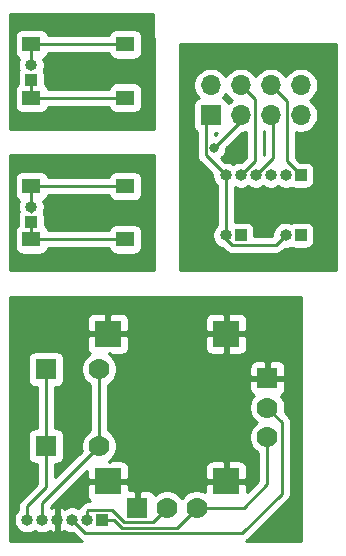
<source format=gbr>
%TF.GenerationSoftware,KiCad,Pcbnew,5.1.8-db9833491~87~ubuntu20.04.1*%
%TF.CreationDate,2020-11-15T18:33:08-08:00*%
%TF.ProjectId,inflow-controller-v0,696e666c-6f77-42d6-936f-6e74726f6c6c,rev?*%
%TF.SameCoordinates,Original*%
%TF.FileFunction,Copper,L1,Top*%
%TF.FilePolarity,Positive*%
%FSLAX46Y46*%
G04 Gerber Fmt 4.6, Leading zero omitted, Abs format (unit mm)*
G04 Created by KiCad (PCBNEW 5.1.8-db9833491~87~ubuntu20.04.1) date 2020-11-15 18:33:08*
%MOMM*%
%LPD*%
G01*
G04 APERTURE LIST*
%TA.AperFunction,ComponentPad*%
%ADD10R,1.778000X1.778000*%
%TD*%
%TA.AperFunction,ComponentPad*%
%ADD11C,1.778000*%
%TD*%
%TA.AperFunction,ComponentPad*%
%ADD12R,2.286000X2.286000*%
%TD*%
%TA.AperFunction,SMDPad,CuDef*%
%ADD13R,1.550000X1.300000*%
%TD*%
%TA.AperFunction,ComponentPad*%
%ADD14O,1.000000X1.000000*%
%TD*%
%TA.AperFunction,ComponentPad*%
%ADD15R,1.000000X1.000000*%
%TD*%
%TA.AperFunction,ComponentPad*%
%ADD16O,1.700000X1.700000*%
%TD*%
%TA.AperFunction,ComponentPad*%
%ADD17R,1.700000X1.700000*%
%TD*%
%TA.AperFunction,ViaPad*%
%ADD18C,0.800000*%
%TD*%
%TA.AperFunction,Conductor*%
%ADD19C,0.250000*%
%TD*%
%TA.AperFunction,NonConductor*%
%ADD20C,0.254000*%
%TD*%
%TA.AperFunction,NonConductor*%
%ADD21C,0.100000*%
%TD*%
%TA.AperFunction,Conductor*%
%ADD22C,0.254000*%
%TD*%
%TA.AperFunction,Conductor*%
%ADD23C,0.100000*%
%TD*%
G04 APERTURE END LIST*
D10*
%TO.P,X301,H1*%
%TO.N,/AGND3*%
X107500000Y-133500000D03*
D11*
%TO.P,X301,H2*%
%TO.N,/X3*%
X110000000Y-133500000D03*
%TO.P,X301,H3*%
%TO.N,/AVDD3*%
X112500000Y-133500000D03*
D12*
%TO.P,X301,S3*%
%TO.N,/AGND3*%
X115000000Y-131250000D03*
%TO.P,X301,S2*%
X105000000Y-131250000D03*
%TO.P,X301,S1*%
X105000000Y-118750000D03*
%TO.P,X301,S4*%
X115000000Y-118750000D03*
D11*
%TO.P,X301,V3*%
%TO.N,/AVDD3*%
X118500000Y-127500000D03*
%TO.P,X301,V2*%
%TO.N,/Y3*%
X118500000Y-125000000D03*
D10*
%TO.P,X301,V1*%
%TO.N,/AGND3*%
X118500000Y-122500000D03*
%TO.P,X301,B1B*%
%TO.N,/DGND3*%
X99750000Y-128250000D03*
%TO.P,X301,B1A*%
X99750000Y-121750000D03*
D11*
%TO.P,X301,B2B*%
%TO.N,/BTN3*%
X104250000Y-128250000D03*
%TO.P,X301,B2A*%
X104250000Y-121750000D03*
%TD*%
D13*
%TO.P,SW201,2*%
%TO.N,/BTN2*%
X106475000Y-110750000D03*
X98525000Y-110750000D03*
%TO.P,SW201,1*%
%TO.N,/DGND2*%
X106475000Y-106250000D03*
X98525000Y-106250000D03*
%TD*%
%TO.P,SW101,2*%
%TO.N,/BTN1*%
X106475000Y-98750000D03*
X98525000Y-98750000D03*
%TO.P,SW101,1*%
%TO.N,/DGND1*%
X106475000Y-94250000D03*
X98525000Y-94250000D03*
%TD*%
D14*
%TO.P,J403,6*%
%TO.N,/DGND1_4*%
X114970000Y-105320000D03*
%TO.P,J403,5*%
%TO.N,/BTN3_4*%
X116240000Y-105320000D03*
%TO.P,J403,4*%
%TO.N,/AGND3_4*%
X117510000Y-105320000D03*
%TO.P,J403,3*%
%TO.N,/Y3_4*%
X118780000Y-105320000D03*
%TO.P,J403,2*%
%TO.N,/X3_4*%
X120050000Y-105320000D03*
D15*
%TO.P,J403,1*%
%TO.N,/AVDD3_4*%
X121320000Y-105320000D03*
%TD*%
D14*
%TO.P,J402,2*%
%TO.N,/DGND1_4*%
X114970000Y-110400000D03*
D15*
%TO.P,J402,1*%
%TO.N,/BTN2_4*%
X116240000Y-110400000D03*
%TD*%
D14*
%TO.P,J401,2*%
%TO.N,/DGND1_4*%
X120050000Y-110400000D03*
D15*
%TO.P,J401,1*%
%TO.N,/BTN1_4*%
X121320000Y-110400000D03*
%TD*%
D14*
%TO.P,J303,6*%
%TO.N,/DGND3*%
X98150000Y-134500000D03*
%TO.P,J303,5*%
%TO.N,/BTN3*%
X99420000Y-134500000D03*
%TO.P,J303,4*%
%TO.N,/AGND3*%
X100690000Y-134500000D03*
%TO.P,J303,3*%
%TO.N,/Y3*%
X101960000Y-134500000D03*
%TO.P,J303,2*%
%TO.N,/X3*%
X103230000Y-134500000D03*
D15*
%TO.P,J303,1*%
%TO.N,/AVDD3*%
X104500000Y-134500000D03*
%TD*%
%TO.P,J202,1*%
%TO.N,/BTN2*%
X98500000Y-109250000D03*
D14*
%TO.P,J202,2*%
%TO.N,/DGND2*%
X98500000Y-107980000D03*
%TD*%
%TO.P,J101,2*%
%TO.N,/DGND1*%
X98500000Y-95980000D03*
D15*
%TO.P,J101,1*%
%TO.N,/BTN1*%
X98500000Y-97250000D03*
%TD*%
D16*
%TO.P,CN401,8*%
%TO.N,/X3_4*%
X121320000Y-97700000D03*
%TO.P,CN401,7*%
%TO.N,/Y3_4*%
X121320000Y-100240000D03*
%TO.P,CN401,6*%
%TO.N,/AVDD3_4*%
X118780000Y-97700000D03*
%TO.P,CN401,5*%
%TO.N,/AGND3_4*%
X118780000Y-100240000D03*
%TO.P,CN401,4*%
%TO.N,/BTN3_4*%
X116240000Y-97700000D03*
%TO.P,CN401,3*%
%TO.N,/BTN2_4*%
X116240000Y-100240000D03*
%TO.P,CN401,2*%
%TO.N,/BTN1_4*%
X113700000Y-97700000D03*
D17*
%TO.P,CN401,1*%
%TO.N,/DGND1_4*%
X113700000Y-100240000D03*
%TD*%
D18*
%TO.N,/BTN2_4*%
X114000000Y-103000000D03*
%TD*%
D19*
%TO.N,/AVDD3_4*%
X120144999Y-99064999D02*
X120144999Y-104144999D01*
X120144999Y-104144999D02*
X121320000Y-105320000D01*
X118780000Y-97700000D02*
X120144999Y-99064999D01*
%TO.N,/AGND3_4*%
X117510000Y-105320000D02*
X119000000Y-103830000D01*
X119000000Y-100460000D02*
X118780000Y-100240000D01*
X119000000Y-103830000D02*
X119000000Y-100460000D01*
%TO.N,/BTN3_4*%
X117415001Y-98875001D02*
X116240000Y-97700000D01*
X117415001Y-104144999D02*
X117415001Y-98875001D01*
X116240000Y-105320000D02*
X117415001Y-104144999D01*
%TO.N,/BTN2_4*%
X116240000Y-100760000D02*
X116240000Y-100240000D01*
X114000000Y-103000000D02*
X116240000Y-100760000D01*
%TO.N,/DGND1_4*%
X114970000Y-105320000D02*
X114970000Y-110400000D01*
X115479999Y-111225001D02*
X119224999Y-111225001D01*
X114970000Y-110715002D02*
X115479999Y-111225001D01*
X119224999Y-111225001D02*
X120050000Y-110400000D01*
X114970000Y-110400000D02*
X114970000Y-110715002D01*
X113274999Y-100665001D02*
X113700000Y-100240000D01*
X113274999Y-103624999D02*
X113274999Y-100665001D01*
X114970000Y-105320000D02*
X113274999Y-103624999D01*
%TO.N,/DGND1*%
X98500000Y-94275000D02*
X98525000Y-94250000D01*
X98500000Y-95980000D02*
X98500000Y-94275000D01*
X98525000Y-94250000D02*
X106475000Y-94250000D01*
%TO.N,/BTN1*%
X98500000Y-98725000D02*
X98525000Y-98750000D01*
X98500000Y-97250000D02*
X98500000Y-98725000D01*
X98525000Y-98750000D02*
X106475000Y-98750000D01*
%TO.N,/DGND2*%
X98500000Y-107980000D02*
X98500000Y-108424999D01*
X98500000Y-106275000D02*
X98525000Y-106250000D01*
X98500000Y-107980000D02*
X98500000Y-106275000D01*
X98525000Y-106250000D02*
X106475000Y-106250000D01*
%TO.N,/BTN2*%
X98500000Y-110725000D02*
X98525000Y-110750000D01*
X98500000Y-109250000D02*
X98500000Y-110725000D01*
X98525000Y-110750000D02*
X106475000Y-110750000D01*
%TO.N,/DGND3*%
X99750000Y-121750000D02*
X99750000Y-128250000D01*
X98150000Y-134500000D02*
X98150000Y-133350000D01*
X99750000Y-131750000D02*
X99750000Y-128250000D01*
X98150000Y-133350000D02*
X99750000Y-131750000D01*
%TO.N,/BTN3*%
X104250000Y-128250000D02*
X104250000Y-121750000D01*
X99420000Y-133080000D02*
X104250000Y-128250000D01*
X99420000Y-134500000D02*
X99420000Y-133080000D01*
%TO.N,/X3*%
X108785999Y-134714001D02*
X110000000Y-133500000D01*
X106350999Y-134714001D02*
X108785999Y-134714001D01*
X105311997Y-133674999D02*
X106350999Y-134714001D01*
X103347895Y-133674999D02*
X105311997Y-133674999D01*
X103230000Y-133792894D02*
X103347895Y-133674999D01*
X103230000Y-134500000D02*
X103230000Y-133792894D01*
%TO.N,/AVDD3*%
X112500000Y-133500000D02*
X116500000Y-133500000D01*
X118500000Y-131500000D02*
X118500000Y-127500000D01*
X116500000Y-133500000D02*
X118500000Y-131500000D01*
X110835989Y-135164011D02*
X112500000Y-133500000D01*
X106164599Y-135164011D02*
X110835989Y-135164011D01*
X105500588Y-134500000D02*
X106164599Y-135164011D01*
X104500000Y-134500000D02*
X105500588Y-134500000D01*
%TO.N,/Y3*%
X103074020Y-135614020D02*
X116385980Y-135614020D01*
X101960000Y-134500000D02*
X103074020Y-135614020D01*
X119714001Y-126214001D02*
X118500000Y-125000000D01*
X119714001Y-132285999D02*
X119714001Y-126214001D01*
X116385980Y-135614020D02*
X119714001Y-132285999D01*
%TD*%
D20*
X124315000Y-113315000D02*
X122033647Y-113315000D01*
X122000000Y-113311686D01*
X121966353Y-113315000D01*
X121865717Y-113324912D01*
X121736594Y-113364081D01*
X121719908Y-113373000D01*
X111127000Y-113373000D01*
X111127000Y-99390000D01*
X112211928Y-99390000D01*
X112211928Y-101090000D01*
X112224188Y-101214482D01*
X112260498Y-101334180D01*
X112319463Y-101444494D01*
X112398815Y-101541185D01*
X112495506Y-101620537D01*
X112515000Y-101630957D01*
X112514999Y-103587676D01*
X112511323Y-103624999D01*
X112514999Y-103662321D01*
X112514999Y-103662331D01*
X112525996Y-103773984D01*
X112554313Y-103867333D01*
X112569453Y-103917245D01*
X112640025Y-104049275D01*
X112679870Y-104097825D01*
X112734998Y-104165000D01*
X112764001Y-104188802D01*
X113835000Y-105259802D01*
X113835000Y-105431788D01*
X113878617Y-105651067D01*
X113964176Y-105857624D01*
X114088388Y-106043520D01*
X114210000Y-106165132D01*
X114210001Y-109554867D01*
X114088388Y-109676480D01*
X113964176Y-109862376D01*
X113878617Y-110068933D01*
X113835000Y-110288212D01*
X113835000Y-110511788D01*
X113878617Y-110731067D01*
X113964176Y-110937624D01*
X114088388Y-111123520D01*
X114246480Y-111281612D01*
X114432376Y-111405824D01*
X114638933Y-111491383D01*
X114679686Y-111499489D01*
X114916195Y-111735998D01*
X114939998Y-111765002D01*
X115055723Y-111859975D01*
X115187752Y-111930547D01*
X115331013Y-111974004D01*
X115479999Y-111988678D01*
X115517332Y-111985001D01*
X119187677Y-111985001D01*
X119224999Y-111988677D01*
X119262321Y-111985001D01*
X119262332Y-111985001D01*
X119373985Y-111974004D01*
X119517246Y-111930547D01*
X119649275Y-111859975D01*
X119765000Y-111765002D01*
X119788802Y-111735999D01*
X119989801Y-111535000D01*
X120161788Y-111535000D01*
X120381067Y-111491383D01*
X120492774Y-111445112D01*
X120575820Y-111489502D01*
X120695518Y-111525812D01*
X120820000Y-111538072D01*
X121820000Y-111538072D01*
X121944482Y-111525812D01*
X122064180Y-111489502D01*
X122174494Y-111430537D01*
X122271185Y-111351185D01*
X122350537Y-111254494D01*
X122409502Y-111144180D01*
X122445812Y-111024482D01*
X122458072Y-110900000D01*
X122458072Y-109900000D01*
X122445812Y-109775518D01*
X122409502Y-109655820D01*
X122350537Y-109545506D01*
X122271185Y-109448815D01*
X122174494Y-109369463D01*
X122064180Y-109310498D01*
X121944482Y-109274188D01*
X121820000Y-109261928D01*
X120820000Y-109261928D01*
X120695518Y-109274188D01*
X120575820Y-109310498D01*
X120492774Y-109354888D01*
X120381067Y-109308617D01*
X120161788Y-109265000D01*
X119938212Y-109265000D01*
X119718933Y-109308617D01*
X119512376Y-109394176D01*
X119326480Y-109518388D01*
X119168388Y-109676480D01*
X119044176Y-109862376D01*
X118958617Y-110068933D01*
X118915000Y-110288212D01*
X118915000Y-110460199D01*
X118910198Y-110465001D01*
X117378072Y-110465001D01*
X117378072Y-109900000D01*
X117365812Y-109775518D01*
X117329502Y-109655820D01*
X117270537Y-109545506D01*
X117191185Y-109448815D01*
X117094494Y-109369463D01*
X116984180Y-109310498D01*
X116864482Y-109274188D01*
X116740000Y-109261928D01*
X115740000Y-109261928D01*
X115730000Y-109262913D01*
X115730000Y-106337266D01*
X115908933Y-106411383D01*
X116128212Y-106455000D01*
X116351788Y-106455000D01*
X116571067Y-106411383D01*
X116777624Y-106325824D01*
X116875000Y-106260759D01*
X116972376Y-106325824D01*
X117178933Y-106411383D01*
X117398212Y-106455000D01*
X117621788Y-106455000D01*
X117841067Y-106411383D01*
X118047624Y-106325824D01*
X118145000Y-106260759D01*
X118242376Y-106325824D01*
X118448933Y-106411383D01*
X118668212Y-106455000D01*
X118891788Y-106455000D01*
X119111067Y-106411383D01*
X119317624Y-106325824D01*
X119415000Y-106260759D01*
X119512376Y-106325824D01*
X119718933Y-106411383D01*
X119938212Y-106455000D01*
X120161788Y-106455000D01*
X120381067Y-106411383D01*
X120492774Y-106365112D01*
X120575820Y-106409502D01*
X120695518Y-106445812D01*
X120820000Y-106458072D01*
X121820000Y-106458072D01*
X121944482Y-106445812D01*
X122064180Y-106409502D01*
X122174494Y-106350537D01*
X122271185Y-106271185D01*
X122350537Y-106174494D01*
X122409502Y-106064180D01*
X122445812Y-105944482D01*
X122458072Y-105820000D01*
X122458072Y-104820000D01*
X122445812Y-104695518D01*
X122409502Y-104575820D01*
X122350537Y-104465506D01*
X122271185Y-104368815D01*
X122174494Y-104289463D01*
X122064180Y-104230498D01*
X121944482Y-104194188D01*
X121820000Y-104181928D01*
X121256729Y-104181928D01*
X120904999Y-103830198D01*
X120904999Y-101671544D01*
X121173740Y-101725000D01*
X121466260Y-101725000D01*
X121753158Y-101667932D01*
X122023411Y-101555990D01*
X122266632Y-101393475D01*
X122473475Y-101186632D01*
X122635990Y-100943411D01*
X122747932Y-100673158D01*
X122805000Y-100386260D01*
X122805000Y-100093740D01*
X122747932Y-99806842D01*
X122635990Y-99536589D01*
X122473475Y-99293368D01*
X122266632Y-99086525D01*
X122092240Y-98970000D01*
X122266632Y-98853475D01*
X122473475Y-98646632D01*
X122635990Y-98403411D01*
X122747932Y-98133158D01*
X122805000Y-97846260D01*
X122805000Y-97553740D01*
X122747932Y-97266842D01*
X122635990Y-96996589D01*
X122473475Y-96753368D01*
X122266632Y-96546525D01*
X122023411Y-96384010D01*
X121753158Y-96272068D01*
X121466260Y-96215000D01*
X121173740Y-96215000D01*
X120886842Y-96272068D01*
X120616589Y-96384010D01*
X120373368Y-96546525D01*
X120166525Y-96753368D01*
X120050000Y-96927760D01*
X119933475Y-96753368D01*
X119726632Y-96546525D01*
X119483411Y-96384010D01*
X119213158Y-96272068D01*
X118926260Y-96215000D01*
X118633740Y-96215000D01*
X118346842Y-96272068D01*
X118076589Y-96384010D01*
X117833368Y-96546525D01*
X117626525Y-96753368D01*
X117510000Y-96927760D01*
X117393475Y-96753368D01*
X117186632Y-96546525D01*
X116943411Y-96384010D01*
X116673158Y-96272068D01*
X116386260Y-96215000D01*
X116093740Y-96215000D01*
X115806842Y-96272068D01*
X115536589Y-96384010D01*
X115293368Y-96546525D01*
X115086525Y-96753368D01*
X114970000Y-96927760D01*
X114853475Y-96753368D01*
X114646632Y-96546525D01*
X114403411Y-96384010D01*
X114133158Y-96272068D01*
X113846260Y-96215000D01*
X113553740Y-96215000D01*
X113266842Y-96272068D01*
X112996589Y-96384010D01*
X112753368Y-96546525D01*
X112546525Y-96753368D01*
X112384010Y-96996589D01*
X112272068Y-97266842D01*
X112215000Y-97553740D01*
X112215000Y-97846260D01*
X112272068Y-98133158D01*
X112384010Y-98403411D01*
X112546525Y-98646632D01*
X112678380Y-98778487D01*
X112605820Y-98800498D01*
X112495506Y-98859463D01*
X112398815Y-98938815D01*
X112319463Y-99035506D01*
X112260498Y-99145820D01*
X112224188Y-99265518D01*
X112211928Y-99390000D01*
X111127000Y-99390000D01*
X111127000Y-94185000D01*
X124315001Y-94185000D01*
X124315000Y-113315000D01*
%TA.AperFunction,NonConductor*%
D21*
G36*
X124315000Y-113315000D02*
G01*
X122033647Y-113315000D01*
X122000000Y-113311686D01*
X121966353Y-113315000D01*
X121865717Y-113324912D01*
X121736594Y-113364081D01*
X121719908Y-113373000D01*
X111127000Y-113373000D01*
X111127000Y-99390000D01*
X112211928Y-99390000D01*
X112211928Y-101090000D01*
X112224188Y-101214482D01*
X112260498Y-101334180D01*
X112319463Y-101444494D01*
X112398815Y-101541185D01*
X112495506Y-101620537D01*
X112515000Y-101630957D01*
X112514999Y-103587676D01*
X112511323Y-103624999D01*
X112514999Y-103662321D01*
X112514999Y-103662331D01*
X112525996Y-103773984D01*
X112554313Y-103867333D01*
X112569453Y-103917245D01*
X112640025Y-104049275D01*
X112679870Y-104097825D01*
X112734998Y-104165000D01*
X112764001Y-104188802D01*
X113835000Y-105259802D01*
X113835000Y-105431788D01*
X113878617Y-105651067D01*
X113964176Y-105857624D01*
X114088388Y-106043520D01*
X114210000Y-106165132D01*
X114210001Y-109554867D01*
X114088388Y-109676480D01*
X113964176Y-109862376D01*
X113878617Y-110068933D01*
X113835000Y-110288212D01*
X113835000Y-110511788D01*
X113878617Y-110731067D01*
X113964176Y-110937624D01*
X114088388Y-111123520D01*
X114246480Y-111281612D01*
X114432376Y-111405824D01*
X114638933Y-111491383D01*
X114679686Y-111499489D01*
X114916195Y-111735998D01*
X114939998Y-111765002D01*
X115055723Y-111859975D01*
X115187752Y-111930547D01*
X115331013Y-111974004D01*
X115479999Y-111988678D01*
X115517332Y-111985001D01*
X119187677Y-111985001D01*
X119224999Y-111988677D01*
X119262321Y-111985001D01*
X119262332Y-111985001D01*
X119373985Y-111974004D01*
X119517246Y-111930547D01*
X119649275Y-111859975D01*
X119765000Y-111765002D01*
X119788802Y-111735999D01*
X119989801Y-111535000D01*
X120161788Y-111535000D01*
X120381067Y-111491383D01*
X120492774Y-111445112D01*
X120575820Y-111489502D01*
X120695518Y-111525812D01*
X120820000Y-111538072D01*
X121820000Y-111538072D01*
X121944482Y-111525812D01*
X122064180Y-111489502D01*
X122174494Y-111430537D01*
X122271185Y-111351185D01*
X122350537Y-111254494D01*
X122409502Y-111144180D01*
X122445812Y-111024482D01*
X122458072Y-110900000D01*
X122458072Y-109900000D01*
X122445812Y-109775518D01*
X122409502Y-109655820D01*
X122350537Y-109545506D01*
X122271185Y-109448815D01*
X122174494Y-109369463D01*
X122064180Y-109310498D01*
X121944482Y-109274188D01*
X121820000Y-109261928D01*
X120820000Y-109261928D01*
X120695518Y-109274188D01*
X120575820Y-109310498D01*
X120492774Y-109354888D01*
X120381067Y-109308617D01*
X120161788Y-109265000D01*
X119938212Y-109265000D01*
X119718933Y-109308617D01*
X119512376Y-109394176D01*
X119326480Y-109518388D01*
X119168388Y-109676480D01*
X119044176Y-109862376D01*
X118958617Y-110068933D01*
X118915000Y-110288212D01*
X118915000Y-110460199D01*
X118910198Y-110465001D01*
X117378072Y-110465001D01*
X117378072Y-109900000D01*
X117365812Y-109775518D01*
X117329502Y-109655820D01*
X117270537Y-109545506D01*
X117191185Y-109448815D01*
X117094494Y-109369463D01*
X116984180Y-109310498D01*
X116864482Y-109274188D01*
X116740000Y-109261928D01*
X115740000Y-109261928D01*
X115730000Y-109262913D01*
X115730000Y-106337266D01*
X115908933Y-106411383D01*
X116128212Y-106455000D01*
X116351788Y-106455000D01*
X116571067Y-106411383D01*
X116777624Y-106325824D01*
X116875000Y-106260759D01*
X116972376Y-106325824D01*
X117178933Y-106411383D01*
X117398212Y-106455000D01*
X117621788Y-106455000D01*
X117841067Y-106411383D01*
X118047624Y-106325824D01*
X118145000Y-106260759D01*
X118242376Y-106325824D01*
X118448933Y-106411383D01*
X118668212Y-106455000D01*
X118891788Y-106455000D01*
X119111067Y-106411383D01*
X119317624Y-106325824D01*
X119415000Y-106260759D01*
X119512376Y-106325824D01*
X119718933Y-106411383D01*
X119938212Y-106455000D01*
X120161788Y-106455000D01*
X120381067Y-106411383D01*
X120492774Y-106365112D01*
X120575820Y-106409502D01*
X120695518Y-106445812D01*
X120820000Y-106458072D01*
X121820000Y-106458072D01*
X121944482Y-106445812D01*
X122064180Y-106409502D01*
X122174494Y-106350537D01*
X122271185Y-106271185D01*
X122350537Y-106174494D01*
X122409502Y-106064180D01*
X122445812Y-105944482D01*
X122458072Y-105820000D01*
X122458072Y-104820000D01*
X122445812Y-104695518D01*
X122409502Y-104575820D01*
X122350537Y-104465506D01*
X122271185Y-104368815D01*
X122174494Y-104289463D01*
X122064180Y-104230498D01*
X121944482Y-104194188D01*
X121820000Y-104181928D01*
X121256729Y-104181928D01*
X120904999Y-103830198D01*
X120904999Y-101671544D01*
X121173740Y-101725000D01*
X121466260Y-101725000D01*
X121753158Y-101667932D01*
X122023411Y-101555990D01*
X122266632Y-101393475D01*
X122473475Y-101186632D01*
X122635990Y-100943411D01*
X122747932Y-100673158D01*
X122805000Y-100386260D01*
X122805000Y-100093740D01*
X122747932Y-99806842D01*
X122635990Y-99536589D01*
X122473475Y-99293368D01*
X122266632Y-99086525D01*
X122092240Y-98970000D01*
X122266632Y-98853475D01*
X122473475Y-98646632D01*
X122635990Y-98403411D01*
X122747932Y-98133158D01*
X122805000Y-97846260D01*
X122805000Y-97553740D01*
X122747932Y-97266842D01*
X122635990Y-96996589D01*
X122473475Y-96753368D01*
X122266632Y-96546525D01*
X122023411Y-96384010D01*
X121753158Y-96272068D01*
X121466260Y-96215000D01*
X121173740Y-96215000D01*
X120886842Y-96272068D01*
X120616589Y-96384010D01*
X120373368Y-96546525D01*
X120166525Y-96753368D01*
X120050000Y-96927760D01*
X119933475Y-96753368D01*
X119726632Y-96546525D01*
X119483411Y-96384010D01*
X119213158Y-96272068D01*
X118926260Y-96215000D01*
X118633740Y-96215000D01*
X118346842Y-96272068D01*
X118076589Y-96384010D01*
X117833368Y-96546525D01*
X117626525Y-96753368D01*
X117510000Y-96927760D01*
X117393475Y-96753368D01*
X117186632Y-96546525D01*
X116943411Y-96384010D01*
X116673158Y-96272068D01*
X116386260Y-96215000D01*
X116093740Y-96215000D01*
X115806842Y-96272068D01*
X115536589Y-96384010D01*
X115293368Y-96546525D01*
X115086525Y-96753368D01*
X114970000Y-96927760D01*
X114853475Y-96753368D01*
X114646632Y-96546525D01*
X114403411Y-96384010D01*
X114133158Y-96272068D01*
X113846260Y-96215000D01*
X113553740Y-96215000D01*
X113266842Y-96272068D01*
X112996589Y-96384010D01*
X112753368Y-96546525D01*
X112546525Y-96753368D01*
X112384010Y-96996589D01*
X112272068Y-97266842D01*
X112215000Y-97553740D01*
X112215000Y-97846260D01*
X112272068Y-98133158D01*
X112384010Y-98403411D01*
X112546525Y-98646632D01*
X112678380Y-98778487D01*
X112605820Y-98800498D01*
X112495506Y-98859463D01*
X112398815Y-98938815D01*
X112319463Y-99035506D01*
X112260498Y-99145820D01*
X112224188Y-99265518D01*
X112211928Y-99390000D01*
X111127000Y-99390000D01*
X111127000Y-94185000D01*
X124315001Y-94185000D01*
X124315000Y-113315000D01*
G37*
%TD.AperFunction*%
D20*
X116655001Y-103830197D02*
X116300198Y-104185000D01*
X116128212Y-104185000D01*
X115908933Y-104228617D01*
X115702376Y-104314176D01*
X115605000Y-104379241D01*
X115507624Y-104314176D01*
X115301067Y-104228617D01*
X115081788Y-104185000D01*
X114909802Y-104185000D01*
X114581224Y-103856422D01*
X114659774Y-103803937D01*
X114803937Y-103659774D01*
X114917205Y-103490256D01*
X114995226Y-103301898D01*
X115035000Y-103101939D01*
X115035000Y-103039801D01*
X116349803Y-101725000D01*
X116386260Y-101725000D01*
X116655001Y-101671544D01*
X116655001Y-103830197D01*
%TA.AperFunction,NonConductor*%
D21*
G36*
X116655001Y-103830197D02*
G01*
X116300198Y-104185000D01*
X116128212Y-104185000D01*
X115908933Y-104228617D01*
X115702376Y-104314176D01*
X115605000Y-104379241D01*
X115507624Y-104314176D01*
X115301067Y-104228617D01*
X115081788Y-104185000D01*
X114909802Y-104185000D01*
X114581224Y-103856422D01*
X114659774Y-103803937D01*
X114803937Y-103659774D01*
X114917205Y-103490256D01*
X114995226Y-103301898D01*
X115035000Y-103101939D01*
X115035000Y-103039801D01*
X116349803Y-101725000D01*
X116386260Y-101725000D01*
X116655001Y-101671544D01*
X116655001Y-103830197D01*
G37*
%TD.AperFunction*%
D20*
X118240001Y-101623677D02*
X118240000Y-103515198D01*
X118175001Y-103580197D01*
X118175001Y-101596753D01*
X118240001Y-101623677D01*
%TA.AperFunction,NonConductor*%
D21*
G36*
X118240001Y-101623677D02*
G01*
X118240000Y-103515198D01*
X118175001Y-103580197D01*
X118175001Y-101596753D01*
X118240001Y-101623677D01*
G37*
%TD.AperFunction*%
D20*
X114034999Y-101890199D02*
X114034999Y-101728072D01*
X114197126Y-101728072D01*
X114034999Y-101890199D01*
%TA.AperFunction,NonConductor*%
D21*
G36*
X114034999Y-101890199D02*
G01*
X114034999Y-101728072D01*
X114197126Y-101728072D01*
X114034999Y-101890199D01*
G37*
%TD.AperFunction*%
D20*
X115086525Y-98646632D02*
X115293368Y-98853475D01*
X115467760Y-98970000D01*
X115293368Y-99086525D01*
X115161513Y-99218380D01*
X115139502Y-99145820D01*
X115080537Y-99035506D01*
X115001185Y-98938815D01*
X114904494Y-98859463D01*
X114794180Y-98800498D01*
X114721620Y-98778487D01*
X114853475Y-98646632D01*
X114970000Y-98472240D01*
X115086525Y-98646632D01*
%TA.AperFunction,NonConductor*%
D21*
G36*
X115086525Y-98646632D02*
G01*
X115293368Y-98853475D01*
X115467760Y-98970000D01*
X115293368Y-99086525D01*
X115161513Y-99218380D01*
X115139502Y-99145820D01*
X115080537Y-99035506D01*
X115001185Y-98938815D01*
X114904494Y-98859463D01*
X114794180Y-98800498D01*
X114721620Y-98778487D01*
X114853475Y-98646632D01*
X114970000Y-98472240D01*
X115086525Y-98646632D01*
G37*
%TD.AperFunction*%
D20*
X108815000Y-93466353D02*
X108811686Y-93500000D01*
X108824912Y-93634283D01*
X108864081Y-93763406D01*
X108873000Y-93780092D01*
X108873000Y-101373000D01*
X96685000Y-101373000D01*
X96685000Y-93600000D01*
X97111928Y-93600000D01*
X97111928Y-94900000D01*
X97124188Y-95024482D01*
X97160498Y-95144180D01*
X97219463Y-95254494D01*
X97298815Y-95351185D01*
X97395506Y-95430537D01*
X97480305Y-95475864D01*
X97408617Y-95648933D01*
X97365000Y-95868212D01*
X97365000Y-96091788D01*
X97408617Y-96311067D01*
X97454888Y-96422774D01*
X97410498Y-96505820D01*
X97374188Y-96625518D01*
X97361928Y-96750000D01*
X97361928Y-97597020D01*
X97298815Y-97648815D01*
X97219463Y-97745506D01*
X97160498Y-97855820D01*
X97124188Y-97975518D01*
X97111928Y-98100000D01*
X97111928Y-99400000D01*
X97124188Y-99524482D01*
X97160498Y-99644180D01*
X97219463Y-99754494D01*
X97298815Y-99851185D01*
X97395506Y-99930537D01*
X97505820Y-99989502D01*
X97625518Y-100025812D01*
X97750000Y-100038072D01*
X99300000Y-100038072D01*
X99424482Y-100025812D01*
X99544180Y-99989502D01*
X99654494Y-99930537D01*
X99751185Y-99851185D01*
X99830537Y-99754494D01*
X99889502Y-99644180D01*
X99925812Y-99524482D01*
X99927238Y-99510000D01*
X105072762Y-99510000D01*
X105074188Y-99524482D01*
X105110498Y-99644180D01*
X105169463Y-99754494D01*
X105248815Y-99851185D01*
X105345506Y-99930537D01*
X105455820Y-99989502D01*
X105575518Y-100025812D01*
X105700000Y-100038072D01*
X107250000Y-100038072D01*
X107374482Y-100025812D01*
X107494180Y-99989502D01*
X107604494Y-99930537D01*
X107701185Y-99851185D01*
X107780537Y-99754494D01*
X107839502Y-99644180D01*
X107875812Y-99524482D01*
X107888072Y-99400000D01*
X107888072Y-98100000D01*
X107875812Y-97975518D01*
X107839502Y-97855820D01*
X107780537Y-97745506D01*
X107701185Y-97648815D01*
X107604494Y-97569463D01*
X107494180Y-97510498D01*
X107374482Y-97474188D01*
X107250000Y-97461928D01*
X105700000Y-97461928D01*
X105575518Y-97474188D01*
X105455820Y-97510498D01*
X105345506Y-97569463D01*
X105248815Y-97648815D01*
X105169463Y-97745506D01*
X105110498Y-97855820D01*
X105074188Y-97975518D01*
X105072762Y-97990000D01*
X99927238Y-97990000D01*
X99925812Y-97975518D01*
X99889502Y-97855820D01*
X99830537Y-97745506D01*
X99751185Y-97648815D01*
X99654494Y-97569463D01*
X99638072Y-97560685D01*
X99638072Y-96750000D01*
X99625812Y-96625518D01*
X99589502Y-96505820D01*
X99545112Y-96422774D01*
X99591383Y-96311067D01*
X99635000Y-96091788D01*
X99635000Y-95868212D01*
X99591383Y-95648933D01*
X99527447Y-95494578D01*
X99544180Y-95489502D01*
X99654494Y-95430537D01*
X99751185Y-95351185D01*
X99830537Y-95254494D01*
X99889502Y-95144180D01*
X99925812Y-95024482D01*
X99927238Y-95010000D01*
X105072762Y-95010000D01*
X105074188Y-95024482D01*
X105110498Y-95144180D01*
X105169463Y-95254494D01*
X105248815Y-95351185D01*
X105345506Y-95430537D01*
X105455820Y-95489502D01*
X105575518Y-95525812D01*
X105700000Y-95538072D01*
X107250000Y-95538072D01*
X107374482Y-95525812D01*
X107494180Y-95489502D01*
X107604494Y-95430537D01*
X107701185Y-95351185D01*
X107780537Y-95254494D01*
X107839502Y-95144180D01*
X107875812Y-95024482D01*
X107888072Y-94900000D01*
X107888072Y-93600000D01*
X107875812Y-93475518D01*
X107839502Y-93355820D01*
X107780537Y-93245506D01*
X107701185Y-93148815D01*
X107604494Y-93069463D01*
X107494180Y-93010498D01*
X107374482Y-92974188D01*
X107250000Y-92961928D01*
X105700000Y-92961928D01*
X105575518Y-92974188D01*
X105455820Y-93010498D01*
X105345506Y-93069463D01*
X105248815Y-93148815D01*
X105169463Y-93245506D01*
X105110498Y-93355820D01*
X105074188Y-93475518D01*
X105072762Y-93490000D01*
X99927238Y-93490000D01*
X99925812Y-93475518D01*
X99889502Y-93355820D01*
X99830537Y-93245506D01*
X99751185Y-93148815D01*
X99654494Y-93069463D01*
X99544180Y-93010498D01*
X99424482Y-92974188D01*
X99300000Y-92961928D01*
X97750000Y-92961928D01*
X97625518Y-92974188D01*
X97505820Y-93010498D01*
X97395506Y-93069463D01*
X97298815Y-93148815D01*
X97219463Y-93245506D01*
X97160498Y-93355820D01*
X97124188Y-93475518D01*
X97111928Y-93600000D01*
X96685000Y-93600000D01*
X96685000Y-91685000D01*
X108815001Y-91685000D01*
X108815000Y-93466353D01*
%TA.AperFunction,NonConductor*%
D21*
G36*
X108815000Y-93466353D02*
G01*
X108811686Y-93500000D01*
X108824912Y-93634283D01*
X108864081Y-93763406D01*
X108873000Y-93780092D01*
X108873000Y-101373000D01*
X96685000Y-101373000D01*
X96685000Y-93600000D01*
X97111928Y-93600000D01*
X97111928Y-94900000D01*
X97124188Y-95024482D01*
X97160498Y-95144180D01*
X97219463Y-95254494D01*
X97298815Y-95351185D01*
X97395506Y-95430537D01*
X97480305Y-95475864D01*
X97408617Y-95648933D01*
X97365000Y-95868212D01*
X97365000Y-96091788D01*
X97408617Y-96311067D01*
X97454888Y-96422774D01*
X97410498Y-96505820D01*
X97374188Y-96625518D01*
X97361928Y-96750000D01*
X97361928Y-97597020D01*
X97298815Y-97648815D01*
X97219463Y-97745506D01*
X97160498Y-97855820D01*
X97124188Y-97975518D01*
X97111928Y-98100000D01*
X97111928Y-99400000D01*
X97124188Y-99524482D01*
X97160498Y-99644180D01*
X97219463Y-99754494D01*
X97298815Y-99851185D01*
X97395506Y-99930537D01*
X97505820Y-99989502D01*
X97625518Y-100025812D01*
X97750000Y-100038072D01*
X99300000Y-100038072D01*
X99424482Y-100025812D01*
X99544180Y-99989502D01*
X99654494Y-99930537D01*
X99751185Y-99851185D01*
X99830537Y-99754494D01*
X99889502Y-99644180D01*
X99925812Y-99524482D01*
X99927238Y-99510000D01*
X105072762Y-99510000D01*
X105074188Y-99524482D01*
X105110498Y-99644180D01*
X105169463Y-99754494D01*
X105248815Y-99851185D01*
X105345506Y-99930537D01*
X105455820Y-99989502D01*
X105575518Y-100025812D01*
X105700000Y-100038072D01*
X107250000Y-100038072D01*
X107374482Y-100025812D01*
X107494180Y-99989502D01*
X107604494Y-99930537D01*
X107701185Y-99851185D01*
X107780537Y-99754494D01*
X107839502Y-99644180D01*
X107875812Y-99524482D01*
X107888072Y-99400000D01*
X107888072Y-98100000D01*
X107875812Y-97975518D01*
X107839502Y-97855820D01*
X107780537Y-97745506D01*
X107701185Y-97648815D01*
X107604494Y-97569463D01*
X107494180Y-97510498D01*
X107374482Y-97474188D01*
X107250000Y-97461928D01*
X105700000Y-97461928D01*
X105575518Y-97474188D01*
X105455820Y-97510498D01*
X105345506Y-97569463D01*
X105248815Y-97648815D01*
X105169463Y-97745506D01*
X105110498Y-97855820D01*
X105074188Y-97975518D01*
X105072762Y-97990000D01*
X99927238Y-97990000D01*
X99925812Y-97975518D01*
X99889502Y-97855820D01*
X99830537Y-97745506D01*
X99751185Y-97648815D01*
X99654494Y-97569463D01*
X99638072Y-97560685D01*
X99638072Y-96750000D01*
X99625812Y-96625518D01*
X99589502Y-96505820D01*
X99545112Y-96422774D01*
X99591383Y-96311067D01*
X99635000Y-96091788D01*
X99635000Y-95868212D01*
X99591383Y-95648933D01*
X99527447Y-95494578D01*
X99544180Y-95489502D01*
X99654494Y-95430537D01*
X99751185Y-95351185D01*
X99830537Y-95254494D01*
X99889502Y-95144180D01*
X99925812Y-95024482D01*
X99927238Y-95010000D01*
X105072762Y-95010000D01*
X105074188Y-95024482D01*
X105110498Y-95144180D01*
X105169463Y-95254494D01*
X105248815Y-95351185D01*
X105345506Y-95430537D01*
X105455820Y-95489502D01*
X105575518Y-95525812D01*
X105700000Y-95538072D01*
X107250000Y-95538072D01*
X107374482Y-95525812D01*
X107494180Y-95489502D01*
X107604494Y-95430537D01*
X107701185Y-95351185D01*
X107780537Y-95254494D01*
X107839502Y-95144180D01*
X107875812Y-95024482D01*
X107888072Y-94900000D01*
X107888072Y-93600000D01*
X107875812Y-93475518D01*
X107839502Y-93355820D01*
X107780537Y-93245506D01*
X107701185Y-93148815D01*
X107604494Y-93069463D01*
X107494180Y-93010498D01*
X107374482Y-92974188D01*
X107250000Y-92961928D01*
X105700000Y-92961928D01*
X105575518Y-92974188D01*
X105455820Y-93010498D01*
X105345506Y-93069463D01*
X105248815Y-93148815D01*
X105169463Y-93245506D01*
X105110498Y-93355820D01*
X105074188Y-93475518D01*
X105072762Y-93490000D01*
X99927238Y-93490000D01*
X99925812Y-93475518D01*
X99889502Y-93355820D01*
X99830537Y-93245506D01*
X99751185Y-93148815D01*
X99654494Y-93069463D01*
X99544180Y-93010498D01*
X99424482Y-92974188D01*
X99300000Y-92961928D01*
X97750000Y-92961928D01*
X97625518Y-92974188D01*
X97505820Y-93010498D01*
X97395506Y-93069463D01*
X97298815Y-93148815D01*
X97219463Y-93245506D01*
X97160498Y-93355820D01*
X97124188Y-93475518D01*
X97111928Y-93600000D01*
X96685000Y-93600000D01*
X96685000Y-91685000D01*
X108815001Y-91685000D01*
X108815000Y-93466353D01*
G37*
%TD.AperFunction*%
D20*
X108873000Y-113373000D02*
X96685000Y-113373000D01*
X96685000Y-105600000D01*
X97111928Y-105600000D01*
X97111928Y-106900000D01*
X97124188Y-107024482D01*
X97160498Y-107144180D01*
X97219463Y-107254494D01*
X97298815Y-107351185D01*
X97395506Y-107430537D01*
X97480305Y-107475864D01*
X97408617Y-107648933D01*
X97365000Y-107868212D01*
X97365000Y-108091788D01*
X97408617Y-108311067D01*
X97454888Y-108422774D01*
X97410498Y-108505820D01*
X97374188Y-108625518D01*
X97361928Y-108750000D01*
X97361928Y-109597020D01*
X97298815Y-109648815D01*
X97219463Y-109745506D01*
X97160498Y-109855820D01*
X97124188Y-109975518D01*
X97111928Y-110100000D01*
X97111928Y-111400000D01*
X97124188Y-111524482D01*
X97160498Y-111644180D01*
X97219463Y-111754494D01*
X97298815Y-111851185D01*
X97395506Y-111930537D01*
X97505820Y-111989502D01*
X97625518Y-112025812D01*
X97750000Y-112038072D01*
X99300000Y-112038072D01*
X99424482Y-112025812D01*
X99544180Y-111989502D01*
X99654494Y-111930537D01*
X99751185Y-111851185D01*
X99830537Y-111754494D01*
X99889502Y-111644180D01*
X99925812Y-111524482D01*
X99927238Y-111510000D01*
X105072762Y-111510000D01*
X105074188Y-111524482D01*
X105110498Y-111644180D01*
X105169463Y-111754494D01*
X105248815Y-111851185D01*
X105345506Y-111930537D01*
X105455820Y-111989502D01*
X105575518Y-112025812D01*
X105700000Y-112038072D01*
X107250000Y-112038072D01*
X107374482Y-112025812D01*
X107494180Y-111989502D01*
X107604494Y-111930537D01*
X107701185Y-111851185D01*
X107780537Y-111754494D01*
X107839502Y-111644180D01*
X107875812Y-111524482D01*
X107888072Y-111400000D01*
X107888072Y-110100000D01*
X107875812Y-109975518D01*
X107839502Y-109855820D01*
X107780537Y-109745506D01*
X107701185Y-109648815D01*
X107604494Y-109569463D01*
X107494180Y-109510498D01*
X107374482Y-109474188D01*
X107250000Y-109461928D01*
X105700000Y-109461928D01*
X105575518Y-109474188D01*
X105455820Y-109510498D01*
X105345506Y-109569463D01*
X105248815Y-109648815D01*
X105169463Y-109745506D01*
X105110498Y-109855820D01*
X105074188Y-109975518D01*
X105072762Y-109990000D01*
X99927238Y-109990000D01*
X99925812Y-109975518D01*
X99889502Y-109855820D01*
X99830537Y-109745506D01*
X99751185Y-109648815D01*
X99654494Y-109569463D01*
X99638072Y-109560685D01*
X99638072Y-108750000D01*
X99625812Y-108625518D01*
X99589502Y-108505820D01*
X99545112Y-108422774D01*
X99591383Y-108311067D01*
X99635000Y-108091788D01*
X99635000Y-107868212D01*
X99591383Y-107648933D01*
X99527447Y-107494578D01*
X99544180Y-107489502D01*
X99654494Y-107430537D01*
X99751185Y-107351185D01*
X99830537Y-107254494D01*
X99889502Y-107144180D01*
X99925812Y-107024482D01*
X99927238Y-107010000D01*
X105072762Y-107010000D01*
X105074188Y-107024482D01*
X105110498Y-107144180D01*
X105169463Y-107254494D01*
X105248815Y-107351185D01*
X105345506Y-107430537D01*
X105455820Y-107489502D01*
X105575518Y-107525812D01*
X105700000Y-107538072D01*
X107250000Y-107538072D01*
X107374482Y-107525812D01*
X107494180Y-107489502D01*
X107604494Y-107430537D01*
X107701185Y-107351185D01*
X107780537Y-107254494D01*
X107839502Y-107144180D01*
X107875812Y-107024482D01*
X107888072Y-106900000D01*
X107888072Y-105600000D01*
X107875812Y-105475518D01*
X107839502Y-105355820D01*
X107780537Y-105245506D01*
X107701185Y-105148815D01*
X107604494Y-105069463D01*
X107494180Y-105010498D01*
X107374482Y-104974188D01*
X107250000Y-104961928D01*
X105700000Y-104961928D01*
X105575518Y-104974188D01*
X105455820Y-105010498D01*
X105345506Y-105069463D01*
X105248815Y-105148815D01*
X105169463Y-105245506D01*
X105110498Y-105355820D01*
X105074188Y-105475518D01*
X105072762Y-105490000D01*
X99927238Y-105490000D01*
X99925812Y-105475518D01*
X99889502Y-105355820D01*
X99830537Y-105245506D01*
X99751185Y-105148815D01*
X99654494Y-105069463D01*
X99544180Y-105010498D01*
X99424482Y-104974188D01*
X99300000Y-104961928D01*
X97750000Y-104961928D01*
X97625518Y-104974188D01*
X97505820Y-105010498D01*
X97395506Y-105069463D01*
X97298815Y-105148815D01*
X97219463Y-105245506D01*
X97160498Y-105355820D01*
X97124188Y-105475518D01*
X97111928Y-105600000D01*
X96685000Y-105600000D01*
X96685000Y-103627000D01*
X108873000Y-103627000D01*
X108873000Y-113373000D01*
%TA.AperFunction,NonConductor*%
D21*
G36*
X108873000Y-113373000D02*
G01*
X96685000Y-113373000D01*
X96685000Y-105600000D01*
X97111928Y-105600000D01*
X97111928Y-106900000D01*
X97124188Y-107024482D01*
X97160498Y-107144180D01*
X97219463Y-107254494D01*
X97298815Y-107351185D01*
X97395506Y-107430537D01*
X97480305Y-107475864D01*
X97408617Y-107648933D01*
X97365000Y-107868212D01*
X97365000Y-108091788D01*
X97408617Y-108311067D01*
X97454888Y-108422774D01*
X97410498Y-108505820D01*
X97374188Y-108625518D01*
X97361928Y-108750000D01*
X97361928Y-109597020D01*
X97298815Y-109648815D01*
X97219463Y-109745506D01*
X97160498Y-109855820D01*
X97124188Y-109975518D01*
X97111928Y-110100000D01*
X97111928Y-111400000D01*
X97124188Y-111524482D01*
X97160498Y-111644180D01*
X97219463Y-111754494D01*
X97298815Y-111851185D01*
X97395506Y-111930537D01*
X97505820Y-111989502D01*
X97625518Y-112025812D01*
X97750000Y-112038072D01*
X99300000Y-112038072D01*
X99424482Y-112025812D01*
X99544180Y-111989502D01*
X99654494Y-111930537D01*
X99751185Y-111851185D01*
X99830537Y-111754494D01*
X99889502Y-111644180D01*
X99925812Y-111524482D01*
X99927238Y-111510000D01*
X105072762Y-111510000D01*
X105074188Y-111524482D01*
X105110498Y-111644180D01*
X105169463Y-111754494D01*
X105248815Y-111851185D01*
X105345506Y-111930537D01*
X105455820Y-111989502D01*
X105575518Y-112025812D01*
X105700000Y-112038072D01*
X107250000Y-112038072D01*
X107374482Y-112025812D01*
X107494180Y-111989502D01*
X107604494Y-111930537D01*
X107701185Y-111851185D01*
X107780537Y-111754494D01*
X107839502Y-111644180D01*
X107875812Y-111524482D01*
X107888072Y-111400000D01*
X107888072Y-110100000D01*
X107875812Y-109975518D01*
X107839502Y-109855820D01*
X107780537Y-109745506D01*
X107701185Y-109648815D01*
X107604494Y-109569463D01*
X107494180Y-109510498D01*
X107374482Y-109474188D01*
X107250000Y-109461928D01*
X105700000Y-109461928D01*
X105575518Y-109474188D01*
X105455820Y-109510498D01*
X105345506Y-109569463D01*
X105248815Y-109648815D01*
X105169463Y-109745506D01*
X105110498Y-109855820D01*
X105074188Y-109975518D01*
X105072762Y-109990000D01*
X99927238Y-109990000D01*
X99925812Y-109975518D01*
X99889502Y-109855820D01*
X99830537Y-109745506D01*
X99751185Y-109648815D01*
X99654494Y-109569463D01*
X99638072Y-109560685D01*
X99638072Y-108750000D01*
X99625812Y-108625518D01*
X99589502Y-108505820D01*
X99545112Y-108422774D01*
X99591383Y-108311067D01*
X99635000Y-108091788D01*
X99635000Y-107868212D01*
X99591383Y-107648933D01*
X99527447Y-107494578D01*
X99544180Y-107489502D01*
X99654494Y-107430537D01*
X99751185Y-107351185D01*
X99830537Y-107254494D01*
X99889502Y-107144180D01*
X99925812Y-107024482D01*
X99927238Y-107010000D01*
X105072762Y-107010000D01*
X105074188Y-107024482D01*
X105110498Y-107144180D01*
X105169463Y-107254494D01*
X105248815Y-107351185D01*
X105345506Y-107430537D01*
X105455820Y-107489502D01*
X105575518Y-107525812D01*
X105700000Y-107538072D01*
X107250000Y-107538072D01*
X107374482Y-107525812D01*
X107494180Y-107489502D01*
X107604494Y-107430537D01*
X107701185Y-107351185D01*
X107780537Y-107254494D01*
X107839502Y-107144180D01*
X107875812Y-107024482D01*
X107888072Y-106900000D01*
X107888072Y-105600000D01*
X107875812Y-105475518D01*
X107839502Y-105355820D01*
X107780537Y-105245506D01*
X107701185Y-105148815D01*
X107604494Y-105069463D01*
X107494180Y-105010498D01*
X107374482Y-104974188D01*
X107250000Y-104961928D01*
X105700000Y-104961928D01*
X105575518Y-104974188D01*
X105455820Y-105010498D01*
X105345506Y-105069463D01*
X105248815Y-105148815D01*
X105169463Y-105245506D01*
X105110498Y-105355820D01*
X105074188Y-105475518D01*
X105072762Y-105490000D01*
X99927238Y-105490000D01*
X99925812Y-105475518D01*
X99889502Y-105355820D01*
X99830537Y-105245506D01*
X99751185Y-105148815D01*
X99654494Y-105069463D01*
X99544180Y-105010498D01*
X99424482Y-104974188D01*
X99300000Y-104961928D01*
X97750000Y-104961928D01*
X97625518Y-104974188D01*
X97505820Y-105010498D01*
X97395506Y-105069463D01*
X97298815Y-105148815D01*
X97219463Y-105245506D01*
X97160498Y-105355820D01*
X97124188Y-105475518D01*
X97111928Y-105600000D01*
X96685000Y-105600000D01*
X96685000Y-103627000D01*
X108873000Y-103627000D01*
X108873000Y-113373000D01*
G37*
%TD.AperFunction*%
D22*
%TO.N,/AGND3*%
X121315000Y-136315000D02*
X116686769Y-136315000D01*
X116810256Y-136248994D01*
X116925981Y-136154021D01*
X116949784Y-136125017D01*
X120225010Y-132849793D01*
X120254002Y-132826000D01*
X120277796Y-132797007D01*
X120277800Y-132797003D01*
X120348974Y-132710276D01*
X120348975Y-132710275D01*
X120419547Y-132578246D01*
X120463004Y-132434985D01*
X120474001Y-132323332D01*
X120474001Y-132323323D01*
X120477677Y-132286000D01*
X120474001Y-132248677D01*
X120474001Y-126251326D01*
X120477677Y-126214001D01*
X120474001Y-126176676D01*
X120474001Y-126176668D01*
X120463004Y-126065015D01*
X120419547Y-125921754D01*
X120348975Y-125789725D01*
X120254002Y-125674000D01*
X120225004Y-125650202D01*
X119974377Y-125399575D01*
X120024000Y-125150101D01*
X120024000Y-124849899D01*
X119965434Y-124555466D01*
X119850551Y-124278115D01*
X119683768Y-124028507D01*
X119633560Y-123978299D01*
X119743494Y-123919537D01*
X119840185Y-123840185D01*
X119919537Y-123743494D01*
X119978502Y-123633180D01*
X120014812Y-123513482D01*
X120027072Y-123389000D01*
X120024000Y-122785750D01*
X119865250Y-122627000D01*
X118627000Y-122627000D01*
X118627000Y-122647000D01*
X118373000Y-122647000D01*
X118373000Y-122627000D01*
X117134750Y-122627000D01*
X116976000Y-122785750D01*
X116972928Y-123389000D01*
X116985188Y-123513482D01*
X117021498Y-123633180D01*
X117080463Y-123743494D01*
X117159815Y-123840185D01*
X117256506Y-123919537D01*
X117366440Y-123978299D01*
X117316232Y-124028507D01*
X117149449Y-124278115D01*
X117034566Y-124555466D01*
X116976000Y-124849899D01*
X116976000Y-125150101D01*
X117034566Y-125444534D01*
X117149449Y-125721885D01*
X117316232Y-125971493D01*
X117528507Y-126183768D01*
X117627630Y-126250000D01*
X117528507Y-126316232D01*
X117316232Y-126528507D01*
X117149449Y-126778115D01*
X117034566Y-127055466D01*
X116976000Y-127349899D01*
X116976000Y-127650101D01*
X117034566Y-127944534D01*
X117149449Y-128221885D01*
X117316232Y-128471493D01*
X117528507Y-128683768D01*
X117740001Y-128825084D01*
X117740000Y-131185198D01*
X116780183Y-132145015D01*
X116778000Y-131535750D01*
X116619250Y-131377000D01*
X115127000Y-131377000D01*
X115127000Y-131397000D01*
X114873000Y-131397000D01*
X114873000Y-131377000D01*
X113380750Y-131377000D01*
X113222000Y-131535750D01*
X113219804Y-132148587D01*
X112944534Y-132034566D01*
X112650101Y-131976000D01*
X112349899Y-131976000D01*
X112055466Y-132034566D01*
X111778115Y-132149449D01*
X111528507Y-132316232D01*
X111316232Y-132528507D01*
X111250000Y-132627630D01*
X111183768Y-132528507D01*
X110971493Y-132316232D01*
X110721885Y-132149449D01*
X110444534Y-132034566D01*
X110150101Y-131976000D01*
X109849899Y-131976000D01*
X109555466Y-132034566D01*
X109278115Y-132149449D01*
X109028507Y-132316232D01*
X108978299Y-132366440D01*
X108919537Y-132256506D01*
X108840185Y-132159815D01*
X108743494Y-132080463D01*
X108633180Y-132021498D01*
X108513482Y-131985188D01*
X108389000Y-131972928D01*
X107785750Y-131976000D01*
X107627000Y-132134750D01*
X107627000Y-133373000D01*
X107647000Y-133373000D01*
X107647000Y-133627000D01*
X107627000Y-133627000D01*
X107627000Y-133647000D01*
X107373000Y-133647000D01*
X107373000Y-133627000D01*
X107353000Y-133627000D01*
X107353000Y-133373000D01*
X107373000Y-133373000D01*
X107373000Y-132134750D01*
X107214250Y-131976000D01*
X106779570Y-131973786D01*
X106778000Y-131535750D01*
X106619250Y-131377000D01*
X105127000Y-131377000D01*
X105127000Y-131397000D01*
X104873000Y-131397000D01*
X104873000Y-131377000D01*
X103380750Y-131377000D01*
X103222000Y-131535750D01*
X103218928Y-132393000D01*
X103231188Y-132517482D01*
X103267498Y-132637180D01*
X103326463Y-132747494D01*
X103405815Y-132844185D01*
X103492102Y-132914999D01*
X103385220Y-132914999D01*
X103347895Y-132911323D01*
X103310570Y-132914999D01*
X103310562Y-132914999D01*
X103198909Y-132925996D01*
X103055648Y-132969453D01*
X102923619Y-133040025D01*
X102807894Y-133134998D01*
X102784091Y-133164002D01*
X102718998Y-133229095D01*
X102690000Y-133252893D01*
X102666202Y-133281891D01*
X102666201Y-133281892D01*
X102595026Y-133368618D01*
X102524454Y-133500648D01*
X102523354Y-133504276D01*
X102521565Y-133510173D01*
X102497624Y-133494176D01*
X102291067Y-133408617D01*
X102071788Y-133365000D01*
X101848212Y-133365000D01*
X101628933Y-133408617D01*
X101422376Y-133494176D01*
X101320342Y-133562353D01*
X101250206Y-133512877D01*
X101046864Y-133422554D01*
X100991874Y-133405881D01*
X100817000Y-133532046D01*
X100817000Y-134373000D01*
X100828026Y-134373000D01*
X100825000Y-134388212D01*
X100825000Y-134611788D01*
X100828026Y-134627000D01*
X100817000Y-134627000D01*
X100817000Y-135467954D01*
X100991874Y-135594119D01*
X101046864Y-135577446D01*
X101250206Y-135487123D01*
X101320342Y-135437647D01*
X101422376Y-135505824D01*
X101628933Y-135591383D01*
X101848212Y-135635000D01*
X102020198Y-135635000D01*
X102510221Y-136125023D01*
X102534019Y-136154021D01*
X102649744Y-136248994D01*
X102773231Y-136315000D01*
X96685000Y-136315000D01*
X96685000Y-134388212D01*
X97015000Y-134388212D01*
X97015000Y-134611788D01*
X97058617Y-134831067D01*
X97144176Y-135037624D01*
X97268388Y-135223520D01*
X97426480Y-135381612D01*
X97612376Y-135505824D01*
X97818933Y-135591383D01*
X98038212Y-135635000D01*
X98261788Y-135635000D01*
X98481067Y-135591383D01*
X98687624Y-135505824D01*
X98785000Y-135440759D01*
X98882376Y-135505824D01*
X99088933Y-135591383D01*
X99308212Y-135635000D01*
X99531788Y-135635000D01*
X99751067Y-135591383D01*
X99957624Y-135505824D01*
X100059658Y-135437647D01*
X100129794Y-135487123D01*
X100333136Y-135577446D01*
X100388126Y-135594119D01*
X100563000Y-135467954D01*
X100563000Y-134627000D01*
X100551974Y-134627000D01*
X100555000Y-134611788D01*
X100555000Y-134388212D01*
X100551974Y-134373000D01*
X100563000Y-134373000D01*
X100563000Y-133532046D01*
X100388126Y-133405881D01*
X100333136Y-133422554D01*
X100180000Y-133490576D01*
X100180000Y-133394801D01*
X103219817Y-130354985D01*
X103222000Y-130964250D01*
X103380750Y-131123000D01*
X104873000Y-131123000D01*
X104873000Y-131103000D01*
X105127000Y-131103000D01*
X105127000Y-131123000D01*
X106619250Y-131123000D01*
X106778000Y-130964250D01*
X106781072Y-130107000D01*
X113218928Y-130107000D01*
X113222000Y-130964250D01*
X113380750Y-131123000D01*
X114873000Y-131123000D01*
X114873000Y-129630750D01*
X115127000Y-129630750D01*
X115127000Y-131123000D01*
X116619250Y-131123000D01*
X116778000Y-130964250D01*
X116781072Y-130107000D01*
X116768812Y-129982518D01*
X116732502Y-129862820D01*
X116673537Y-129752506D01*
X116594185Y-129655815D01*
X116497494Y-129576463D01*
X116387180Y-129517498D01*
X116267482Y-129481188D01*
X116143000Y-129468928D01*
X115285750Y-129472000D01*
X115127000Y-129630750D01*
X114873000Y-129630750D01*
X114714250Y-129472000D01*
X113857000Y-129468928D01*
X113732518Y-129481188D01*
X113612820Y-129517498D01*
X113502506Y-129576463D01*
X113405815Y-129655815D01*
X113326463Y-129752506D01*
X113267498Y-129862820D01*
X113231188Y-129982518D01*
X113218928Y-130107000D01*
X106781072Y-130107000D01*
X106768812Y-129982518D01*
X106732502Y-129862820D01*
X106673537Y-129752506D01*
X106594185Y-129655815D01*
X106497494Y-129576463D01*
X106387180Y-129517498D01*
X106267482Y-129481188D01*
X106143000Y-129468928D01*
X105285750Y-129472000D01*
X105127002Y-129630748D01*
X105127002Y-129496905D01*
X105221493Y-129433768D01*
X105433768Y-129221493D01*
X105600551Y-128971885D01*
X105715434Y-128694534D01*
X105774000Y-128400101D01*
X105774000Y-128099899D01*
X105715434Y-127805466D01*
X105600551Y-127528115D01*
X105433768Y-127278507D01*
X105221493Y-127066232D01*
X105010000Y-126924917D01*
X105010000Y-123075083D01*
X105221493Y-122933768D01*
X105433768Y-122721493D01*
X105600551Y-122471885D01*
X105715434Y-122194534D01*
X105774000Y-121900101D01*
X105774000Y-121611000D01*
X116972928Y-121611000D01*
X116976000Y-122214250D01*
X117134750Y-122373000D01*
X118373000Y-122373000D01*
X118373000Y-121134750D01*
X118627000Y-121134750D01*
X118627000Y-122373000D01*
X119865250Y-122373000D01*
X120024000Y-122214250D01*
X120027072Y-121611000D01*
X120014812Y-121486518D01*
X119978502Y-121366820D01*
X119919537Y-121256506D01*
X119840185Y-121159815D01*
X119743494Y-121080463D01*
X119633180Y-121021498D01*
X119513482Y-120985188D01*
X119389000Y-120972928D01*
X118785750Y-120976000D01*
X118627000Y-121134750D01*
X118373000Y-121134750D01*
X118214250Y-120976000D01*
X117611000Y-120972928D01*
X117486518Y-120985188D01*
X117366820Y-121021498D01*
X117256506Y-121080463D01*
X117159815Y-121159815D01*
X117080463Y-121256506D01*
X117021498Y-121366820D01*
X116985188Y-121486518D01*
X116972928Y-121611000D01*
X105774000Y-121611000D01*
X105774000Y-121599899D01*
X105715434Y-121305466D01*
X105600551Y-121028115D01*
X105433768Y-120778507D01*
X105221493Y-120566232D01*
X105127002Y-120503095D01*
X105127002Y-120369252D01*
X105285750Y-120528000D01*
X106143000Y-120531072D01*
X106267482Y-120518812D01*
X106387180Y-120482502D01*
X106497494Y-120423537D01*
X106594185Y-120344185D01*
X106673537Y-120247494D01*
X106732502Y-120137180D01*
X106768812Y-120017482D01*
X106781072Y-119893000D01*
X113218928Y-119893000D01*
X113231188Y-120017482D01*
X113267498Y-120137180D01*
X113326463Y-120247494D01*
X113405815Y-120344185D01*
X113502506Y-120423537D01*
X113612820Y-120482502D01*
X113732518Y-120518812D01*
X113857000Y-120531072D01*
X114714250Y-120528000D01*
X114873000Y-120369250D01*
X114873000Y-118877000D01*
X115127000Y-118877000D01*
X115127000Y-120369250D01*
X115285750Y-120528000D01*
X116143000Y-120531072D01*
X116267482Y-120518812D01*
X116387180Y-120482502D01*
X116497494Y-120423537D01*
X116594185Y-120344185D01*
X116673537Y-120247494D01*
X116732502Y-120137180D01*
X116768812Y-120017482D01*
X116781072Y-119893000D01*
X116778000Y-119035750D01*
X116619250Y-118877000D01*
X115127000Y-118877000D01*
X114873000Y-118877000D01*
X113380750Y-118877000D01*
X113222000Y-119035750D01*
X113218928Y-119893000D01*
X106781072Y-119893000D01*
X106778000Y-119035750D01*
X106619250Y-118877000D01*
X105127000Y-118877000D01*
X105127000Y-118897000D01*
X104873000Y-118897000D01*
X104873000Y-118877000D01*
X103380750Y-118877000D01*
X103222000Y-119035750D01*
X103218928Y-119893000D01*
X103231188Y-120017482D01*
X103267498Y-120137180D01*
X103326463Y-120247494D01*
X103405815Y-120344185D01*
X103497820Y-120419691D01*
X103278507Y-120566232D01*
X103066232Y-120778507D01*
X102899449Y-121028115D01*
X102784566Y-121305466D01*
X102726000Y-121599899D01*
X102726000Y-121900101D01*
X102784566Y-122194534D01*
X102899449Y-122471885D01*
X103066232Y-122721493D01*
X103278507Y-122933768D01*
X103490001Y-123075084D01*
X103490000Y-126924917D01*
X103278507Y-127066232D01*
X103066232Y-127278507D01*
X102899449Y-127528115D01*
X102784566Y-127805466D01*
X102726000Y-128099899D01*
X102726000Y-128400101D01*
X102775623Y-128649575D01*
X100510000Y-130915199D01*
X100510000Y-129777072D01*
X100639000Y-129777072D01*
X100763482Y-129764812D01*
X100883180Y-129728502D01*
X100993494Y-129669537D01*
X101090185Y-129590185D01*
X101169537Y-129493494D01*
X101228502Y-129383180D01*
X101264812Y-129263482D01*
X101277072Y-129139000D01*
X101277072Y-127361000D01*
X101264812Y-127236518D01*
X101228502Y-127116820D01*
X101169537Y-127006506D01*
X101090185Y-126909815D01*
X100993494Y-126830463D01*
X100883180Y-126771498D01*
X100763482Y-126735188D01*
X100639000Y-126722928D01*
X100510000Y-126722928D01*
X100510000Y-123277072D01*
X100639000Y-123277072D01*
X100763482Y-123264812D01*
X100883180Y-123228502D01*
X100993494Y-123169537D01*
X101090185Y-123090185D01*
X101169537Y-122993494D01*
X101228502Y-122883180D01*
X101264812Y-122763482D01*
X101277072Y-122639000D01*
X101277072Y-120861000D01*
X101264812Y-120736518D01*
X101228502Y-120616820D01*
X101169537Y-120506506D01*
X101090185Y-120409815D01*
X100993494Y-120330463D01*
X100883180Y-120271498D01*
X100763482Y-120235188D01*
X100639000Y-120222928D01*
X98861000Y-120222928D01*
X98736518Y-120235188D01*
X98616820Y-120271498D01*
X98506506Y-120330463D01*
X98409815Y-120409815D01*
X98330463Y-120506506D01*
X98271498Y-120616820D01*
X98235188Y-120736518D01*
X98222928Y-120861000D01*
X98222928Y-122639000D01*
X98235188Y-122763482D01*
X98271498Y-122883180D01*
X98330463Y-122993494D01*
X98409815Y-123090185D01*
X98506506Y-123169537D01*
X98616820Y-123228502D01*
X98736518Y-123264812D01*
X98861000Y-123277072D01*
X98990000Y-123277072D01*
X98990001Y-126722928D01*
X98861000Y-126722928D01*
X98736518Y-126735188D01*
X98616820Y-126771498D01*
X98506506Y-126830463D01*
X98409815Y-126909815D01*
X98330463Y-127006506D01*
X98271498Y-127116820D01*
X98235188Y-127236518D01*
X98222928Y-127361000D01*
X98222928Y-129139000D01*
X98235188Y-129263482D01*
X98271498Y-129383180D01*
X98330463Y-129493494D01*
X98409815Y-129590185D01*
X98506506Y-129669537D01*
X98616820Y-129728502D01*
X98736518Y-129764812D01*
X98861000Y-129777072D01*
X98990001Y-129777072D01*
X98990000Y-131435198D01*
X97638998Y-132786201D01*
X97610000Y-132809999D01*
X97586202Y-132838997D01*
X97586201Y-132838998D01*
X97515026Y-132925724D01*
X97444454Y-133057754D01*
X97400998Y-133201015D01*
X97386324Y-133350000D01*
X97390001Y-133387332D01*
X97390001Y-133654867D01*
X97268388Y-133776480D01*
X97144176Y-133962376D01*
X97058617Y-134168933D01*
X97015000Y-134388212D01*
X96685000Y-134388212D01*
X96685000Y-117607000D01*
X103218928Y-117607000D01*
X103222000Y-118464250D01*
X103380750Y-118623000D01*
X104873000Y-118623000D01*
X104873000Y-117130750D01*
X105127000Y-117130750D01*
X105127000Y-118623000D01*
X106619250Y-118623000D01*
X106778000Y-118464250D01*
X106781072Y-117607000D01*
X113218928Y-117607000D01*
X113222000Y-118464250D01*
X113380750Y-118623000D01*
X114873000Y-118623000D01*
X114873000Y-117130750D01*
X115127000Y-117130750D01*
X115127000Y-118623000D01*
X116619250Y-118623000D01*
X116778000Y-118464250D01*
X116781072Y-117607000D01*
X116768812Y-117482518D01*
X116732502Y-117362820D01*
X116673537Y-117252506D01*
X116594185Y-117155815D01*
X116497494Y-117076463D01*
X116387180Y-117017498D01*
X116267482Y-116981188D01*
X116143000Y-116968928D01*
X115285750Y-116972000D01*
X115127000Y-117130750D01*
X114873000Y-117130750D01*
X114714250Y-116972000D01*
X113857000Y-116968928D01*
X113732518Y-116981188D01*
X113612820Y-117017498D01*
X113502506Y-117076463D01*
X113405815Y-117155815D01*
X113326463Y-117252506D01*
X113267498Y-117362820D01*
X113231188Y-117482518D01*
X113218928Y-117607000D01*
X106781072Y-117607000D01*
X106768812Y-117482518D01*
X106732502Y-117362820D01*
X106673537Y-117252506D01*
X106594185Y-117155815D01*
X106497494Y-117076463D01*
X106387180Y-117017498D01*
X106267482Y-116981188D01*
X106143000Y-116968928D01*
X105285750Y-116972000D01*
X105127000Y-117130750D01*
X104873000Y-117130750D01*
X104714250Y-116972000D01*
X103857000Y-116968928D01*
X103732518Y-116981188D01*
X103612820Y-117017498D01*
X103502506Y-117076463D01*
X103405815Y-117155815D01*
X103326463Y-117252506D01*
X103267498Y-117362820D01*
X103231188Y-117482518D01*
X103218928Y-117607000D01*
X96685000Y-117607000D01*
X96685000Y-115627000D01*
X121315001Y-115627000D01*
X121315000Y-136315000D01*
%TA.AperFunction,Conductor*%
D23*
G36*
X121315000Y-136315000D02*
G01*
X116686769Y-136315000D01*
X116810256Y-136248994D01*
X116925981Y-136154021D01*
X116949784Y-136125017D01*
X120225010Y-132849793D01*
X120254002Y-132826000D01*
X120277796Y-132797007D01*
X120277800Y-132797003D01*
X120348974Y-132710276D01*
X120348975Y-132710275D01*
X120419547Y-132578246D01*
X120463004Y-132434985D01*
X120474001Y-132323332D01*
X120474001Y-132323323D01*
X120477677Y-132286000D01*
X120474001Y-132248677D01*
X120474001Y-126251326D01*
X120477677Y-126214001D01*
X120474001Y-126176676D01*
X120474001Y-126176668D01*
X120463004Y-126065015D01*
X120419547Y-125921754D01*
X120348975Y-125789725D01*
X120254002Y-125674000D01*
X120225004Y-125650202D01*
X119974377Y-125399575D01*
X120024000Y-125150101D01*
X120024000Y-124849899D01*
X119965434Y-124555466D01*
X119850551Y-124278115D01*
X119683768Y-124028507D01*
X119633560Y-123978299D01*
X119743494Y-123919537D01*
X119840185Y-123840185D01*
X119919537Y-123743494D01*
X119978502Y-123633180D01*
X120014812Y-123513482D01*
X120027072Y-123389000D01*
X120024000Y-122785750D01*
X119865250Y-122627000D01*
X118627000Y-122627000D01*
X118627000Y-122647000D01*
X118373000Y-122647000D01*
X118373000Y-122627000D01*
X117134750Y-122627000D01*
X116976000Y-122785750D01*
X116972928Y-123389000D01*
X116985188Y-123513482D01*
X117021498Y-123633180D01*
X117080463Y-123743494D01*
X117159815Y-123840185D01*
X117256506Y-123919537D01*
X117366440Y-123978299D01*
X117316232Y-124028507D01*
X117149449Y-124278115D01*
X117034566Y-124555466D01*
X116976000Y-124849899D01*
X116976000Y-125150101D01*
X117034566Y-125444534D01*
X117149449Y-125721885D01*
X117316232Y-125971493D01*
X117528507Y-126183768D01*
X117627630Y-126250000D01*
X117528507Y-126316232D01*
X117316232Y-126528507D01*
X117149449Y-126778115D01*
X117034566Y-127055466D01*
X116976000Y-127349899D01*
X116976000Y-127650101D01*
X117034566Y-127944534D01*
X117149449Y-128221885D01*
X117316232Y-128471493D01*
X117528507Y-128683768D01*
X117740001Y-128825084D01*
X117740000Y-131185198D01*
X116780183Y-132145015D01*
X116778000Y-131535750D01*
X116619250Y-131377000D01*
X115127000Y-131377000D01*
X115127000Y-131397000D01*
X114873000Y-131397000D01*
X114873000Y-131377000D01*
X113380750Y-131377000D01*
X113222000Y-131535750D01*
X113219804Y-132148587D01*
X112944534Y-132034566D01*
X112650101Y-131976000D01*
X112349899Y-131976000D01*
X112055466Y-132034566D01*
X111778115Y-132149449D01*
X111528507Y-132316232D01*
X111316232Y-132528507D01*
X111250000Y-132627630D01*
X111183768Y-132528507D01*
X110971493Y-132316232D01*
X110721885Y-132149449D01*
X110444534Y-132034566D01*
X110150101Y-131976000D01*
X109849899Y-131976000D01*
X109555466Y-132034566D01*
X109278115Y-132149449D01*
X109028507Y-132316232D01*
X108978299Y-132366440D01*
X108919537Y-132256506D01*
X108840185Y-132159815D01*
X108743494Y-132080463D01*
X108633180Y-132021498D01*
X108513482Y-131985188D01*
X108389000Y-131972928D01*
X107785750Y-131976000D01*
X107627000Y-132134750D01*
X107627000Y-133373000D01*
X107647000Y-133373000D01*
X107647000Y-133627000D01*
X107627000Y-133627000D01*
X107627000Y-133647000D01*
X107373000Y-133647000D01*
X107373000Y-133627000D01*
X107353000Y-133627000D01*
X107353000Y-133373000D01*
X107373000Y-133373000D01*
X107373000Y-132134750D01*
X107214250Y-131976000D01*
X106779570Y-131973786D01*
X106778000Y-131535750D01*
X106619250Y-131377000D01*
X105127000Y-131377000D01*
X105127000Y-131397000D01*
X104873000Y-131397000D01*
X104873000Y-131377000D01*
X103380750Y-131377000D01*
X103222000Y-131535750D01*
X103218928Y-132393000D01*
X103231188Y-132517482D01*
X103267498Y-132637180D01*
X103326463Y-132747494D01*
X103405815Y-132844185D01*
X103492102Y-132914999D01*
X103385220Y-132914999D01*
X103347895Y-132911323D01*
X103310570Y-132914999D01*
X103310562Y-132914999D01*
X103198909Y-132925996D01*
X103055648Y-132969453D01*
X102923619Y-133040025D01*
X102807894Y-133134998D01*
X102784091Y-133164002D01*
X102718998Y-133229095D01*
X102690000Y-133252893D01*
X102666202Y-133281891D01*
X102666201Y-133281892D01*
X102595026Y-133368618D01*
X102524454Y-133500648D01*
X102523354Y-133504276D01*
X102521565Y-133510173D01*
X102497624Y-133494176D01*
X102291067Y-133408617D01*
X102071788Y-133365000D01*
X101848212Y-133365000D01*
X101628933Y-133408617D01*
X101422376Y-133494176D01*
X101320342Y-133562353D01*
X101250206Y-133512877D01*
X101046864Y-133422554D01*
X100991874Y-133405881D01*
X100817000Y-133532046D01*
X100817000Y-134373000D01*
X100828026Y-134373000D01*
X100825000Y-134388212D01*
X100825000Y-134611788D01*
X100828026Y-134627000D01*
X100817000Y-134627000D01*
X100817000Y-135467954D01*
X100991874Y-135594119D01*
X101046864Y-135577446D01*
X101250206Y-135487123D01*
X101320342Y-135437647D01*
X101422376Y-135505824D01*
X101628933Y-135591383D01*
X101848212Y-135635000D01*
X102020198Y-135635000D01*
X102510221Y-136125023D01*
X102534019Y-136154021D01*
X102649744Y-136248994D01*
X102773231Y-136315000D01*
X96685000Y-136315000D01*
X96685000Y-134388212D01*
X97015000Y-134388212D01*
X97015000Y-134611788D01*
X97058617Y-134831067D01*
X97144176Y-135037624D01*
X97268388Y-135223520D01*
X97426480Y-135381612D01*
X97612376Y-135505824D01*
X97818933Y-135591383D01*
X98038212Y-135635000D01*
X98261788Y-135635000D01*
X98481067Y-135591383D01*
X98687624Y-135505824D01*
X98785000Y-135440759D01*
X98882376Y-135505824D01*
X99088933Y-135591383D01*
X99308212Y-135635000D01*
X99531788Y-135635000D01*
X99751067Y-135591383D01*
X99957624Y-135505824D01*
X100059658Y-135437647D01*
X100129794Y-135487123D01*
X100333136Y-135577446D01*
X100388126Y-135594119D01*
X100563000Y-135467954D01*
X100563000Y-134627000D01*
X100551974Y-134627000D01*
X100555000Y-134611788D01*
X100555000Y-134388212D01*
X100551974Y-134373000D01*
X100563000Y-134373000D01*
X100563000Y-133532046D01*
X100388126Y-133405881D01*
X100333136Y-133422554D01*
X100180000Y-133490576D01*
X100180000Y-133394801D01*
X103219817Y-130354985D01*
X103222000Y-130964250D01*
X103380750Y-131123000D01*
X104873000Y-131123000D01*
X104873000Y-131103000D01*
X105127000Y-131103000D01*
X105127000Y-131123000D01*
X106619250Y-131123000D01*
X106778000Y-130964250D01*
X106781072Y-130107000D01*
X113218928Y-130107000D01*
X113222000Y-130964250D01*
X113380750Y-131123000D01*
X114873000Y-131123000D01*
X114873000Y-129630750D01*
X115127000Y-129630750D01*
X115127000Y-131123000D01*
X116619250Y-131123000D01*
X116778000Y-130964250D01*
X116781072Y-130107000D01*
X116768812Y-129982518D01*
X116732502Y-129862820D01*
X116673537Y-129752506D01*
X116594185Y-129655815D01*
X116497494Y-129576463D01*
X116387180Y-129517498D01*
X116267482Y-129481188D01*
X116143000Y-129468928D01*
X115285750Y-129472000D01*
X115127000Y-129630750D01*
X114873000Y-129630750D01*
X114714250Y-129472000D01*
X113857000Y-129468928D01*
X113732518Y-129481188D01*
X113612820Y-129517498D01*
X113502506Y-129576463D01*
X113405815Y-129655815D01*
X113326463Y-129752506D01*
X113267498Y-129862820D01*
X113231188Y-129982518D01*
X113218928Y-130107000D01*
X106781072Y-130107000D01*
X106768812Y-129982518D01*
X106732502Y-129862820D01*
X106673537Y-129752506D01*
X106594185Y-129655815D01*
X106497494Y-129576463D01*
X106387180Y-129517498D01*
X106267482Y-129481188D01*
X106143000Y-129468928D01*
X105285750Y-129472000D01*
X105127002Y-129630748D01*
X105127002Y-129496905D01*
X105221493Y-129433768D01*
X105433768Y-129221493D01*
X105600551Y-128971885D01*
X105715434Y-128694534D01*
X105774000Y-128400101D01*
X105774000Y-128099899D01*
X105715434Y-127805466D01*
X105600551Y-127528115D01*
X105433768Y-127278507D01*
X105221493Y-127066232D01*
X105010000Y-126924917D01*
X105010000Y-123075083D01*
X105221493Y-122933768D01*
X105433768Y-122721493D01*
X105600551Y-122471885D01*
X105715434Y-122194534D01*
X105774000Y-121900101D01*
X105774000Y-121611000D01*
X116972928Y-121611000D01*
X116976000Y-122214250D01*
X117134750Y-122373000D01*
X118373000Y-122373000D01*
X118373000Y-121134750D01*
X118627000Y-121134750D01*
X118627000Y-122373000D01*
X119865250Y-122373000D01*
X120024000Y-122214250D01*
X120027072Y-121611000D01*
X120014812Y-121486518D01*
X119978502Y-121366820D01*
X119919537Y-121256506D01*
X119840185Y-121159815D01*
X119743494Y-121080463D01*
X119633180Y-121021498D01*
X119513482Y-120985188D01*
X119389000Y-120972928D01*
X118785750Y-120976000D01*
X118627000Y-121134750D01*
X118373000Y-121134750D01*
X118214250Y-120976000D01*
X117611000Y-120972928D01*
X117486518Y-120985188D01*
X117366820Y-121021498D01*
X117256506Y-121080463D01*
X117159815Y-121159815D01*
X117080463Y-121256506D01*
X117021498Y-121366820D01*
X116985188Y-121486518D01*
X116972928Y-121611000D01*
X105774000Y-121611000D01*
X105774000Y-121599899D01*
X105715434Y-121305466D01*
X105600551Y-121028115D01*
X105433768Y-120778507D01*
X105221493Y-120566232D01*
X105127002Y-120503095D01*
X105127002Y-120369252D01*
X105285750Y-120528000D01*
X106143000Y-120531072D01*
X106267482Y-120518812D01*
X106387180Y-120482502D01*
X106497494Y-120423537D01*
X106594185Y-120344185D01*
X106673537Y-120247494D01*
X106732502Y-120137180D01*
X106768812Y-120017482D01*
X106781072Y-119893000D01*
X113218928Y-119893000D01*
X113231188Y-120017482D01*
X113267498Y-120137180D01*
X113326463Y-120247494D01*
X113405815Y-120344185D01*
X113502506Y-120423537D01*
X113612820Y-120482502D01*
X113732518Y-120518812D01*
X113857000Y-120531072D01*
X114714250Y-120528000D01*
X114873000Y-120369250D01*
X114873000Y-118877000D01*
X115127000Y-118877000D01*
X115127000Y-120369250D01*
X115285750Y-120528000D01*
X116143000Y-120531072D01*
X116267482Y-120518812D01*
X116387180Y-120482502D01*
X116497494Y-120423537D01*
X116594185Y-120344185D01*
X116673537Y-120247494D01*
X116732502Y-120137180D01*
X116768812Y-120017482D01*
X116781072Y-119893000D01*
X116778000Y-119035750D01*
X116619250Y-118877000D01*
X115127000Y-118877000D01*
X114873000Y-118877000D01*
X113380750Y-118877000D01*
X113222000Y-119035750D01*
X113218928Y-119893000D01*
X106781072Y-119893000D01*
X106778000Y-119035750D01*
X106619250Y-118877000D01*
X105127000Y-118877000D01*
X105127000Y-118897000D01*
X104873000Y-118897000D01*
X104873000Y-118877000D01*
X103380750Y-118877000D01*
X103222000Y-119035750D01*
X103218928Y-119893000D01*
X103231188Y-120017482D01*
X103267498Y-120137180D01*
X103326463Y-120247494D01*
X103405815Y-120344185D01*
X103497820Y-120419691D01*
X103278507Y-120566232D01*
X103066232Y-120778507D01*
X102899449Y-121028115D01*
X102784566Y-121305466D01*
X102726000Y-121599899D01*
X102726000Y-121900101D01*
X102784566Y-122194534D01*
X102899449Y-122471885D01*
X103066232Y-122721493D01*
X103278507Y-122933768D01*
X103490001Y-123075084D01*
X103490000Y-126924917D01*
X103278507Y-127066232D01*
X103066232Y-127278507D01*
X102899449Y-127528115D01*
X102784566Y-127805466D01*
X102726000Y-128099899D01*
X102726000Y-128400101D01*
X102775623Y-128649575D01*
X100510000Y-130915199D01*
X100510000Y-129777072D01*
X100639000Y-129777072D01*
X100763482Y-129764812D01*
X100883180Y-129728502D01*
X100993494Y-129669537D01*
X101090185Y-129590185D01*
X101169537Y-129493494D01*
X101228502Y-129383180D01*
X101264812Y-129263482D01*
X101277072Y-129139000D01*
X101277072Y-127361000D01*
X101264812Y-127236518D01*
X101228502Y-127116820D01*
X101169537Y-127006506D01*
X101090185Y-126909815D01*
X100993494Y-126830463D01*
X100883180Y-126771498D01*
X100763482Y-126735188D01*
X100639000Y-126722928D01*
X100510000Y-126722928D01*
X100510000Y-123277072D01*
X100639000Y-123277072D01*
X100763482Y-123264812D01*
X100883180Y-123228502D01*
X100993494Y-123169537D01*
X101090185Y-123090185D01*
X101169537Y-122993494D01*
X101228502Y-122883180D01*
X101264812Y-122763482D01*
X101277072Y-122639000D01*
X101277072Y-120861000D01*
X101264812Y-120736518D01*
X101228502Y-120616820D01*
X101169537Y-120506506D01*
X101090185Y-120409815D01*
X100993494Y-120330463D01*
X100883180Y-120271498D01*
X100763482Y-120235188D01*
X100639000Y-120222928D01*
X98861000Y-120222928D01*
X98736518Y-120235188D01*
X98616820Y-120271498D01*
X98506506Y-120330463D01*
X98409815Y-120409815D01*
X98330463Y-120506506D01*
X98271498Y-120616820D01*
X98235188Y-120736518D01*
X98222928Y-120861000D01*
X98222928Y-122639000D01*
X98235188Y-122763482D01*
X98271498Y-122883180D01*
X98330463Y-122993494D01*
X98409815Y-123090185D01*
X98506506Y-123169537D01*
X98616820Y-123228502D01*
X98736518Y-123264812D01*
X98861000Y-123277072D01*
X98990000Y-123277072D01*
X98990001Y-126722928D01*
X98861000Y-126722928D01*
X98736518Y-126735188D01*
X98616820Y-126771498D01*
X98506506Y-126830463D01*
X98409815Y-126909815D01*
X98330463Y-127006506D01*
X98271498Y-127116820D01*
X98235188Y-127236518D01*
X98222928Y-127361000D01*
X98222928Y-129139000D01*
X98235188Y-129263482D01*
X98271498Y-129383180D01*
X98330463Y-129493494D01*
X98409815Y-129590185D01*
X98506506Y-129669537D01*
X98616820Y-129728502D01*
X98736518Y-129764812D01*
X98861000Y-129777072D01*
X98990001Y-129777072D01*
X98990000Y-131435198D01*
X97638998Y-132786201D01*
X97610000Y-132809999D01*
X97586202Y-132838997D01*
X97586201Y-132838998D01*
X97515026Y-132925724D01*
X97444454Y-133057754D01*
X97400998Y-133201015D01*
X97386324Y-133350000D01*
X97390001Y-133387332D01*
X97390001Y-133654867D01*
X97268388Y-133776480D01*
X97144176Y-133962376D01*
X97058617Y-134168933D01*
X97015000Y-134388212D01*
X96685000Y-134388212D01*
X96685000Y-117607000D01*
X103218928Y-117607000D01*
X103222000Y-118464250D01*
X103380750Y-118623000D01*
X104873000Y-118623000D01*
X104873000Y-117130750D01*
X105127000Y-117130750D01*
X105127000Y-118623000D01*
X106619250Y-118623000D01*
X106778000Y-118464250D01*
X106781072Y-117607000D01*
X113218928Y-117607000D01*
X113222000Y-118464250D01*
X113380750Y-118623000D01*
X114873000Y-118623000D01*
X114873000Y-117130750D01*
X115127000Y-117130750D01*
X115127000Y-118623000D01*
X116619250Y-118623000D01*
X116778000Y-118464250D01*
X116781072Y-117607000D01*
X116768812Y-117482518D01*
X116732502Y-117362820D01*
X116673537Y-117252506D01*
X116594185Y-117155815D01*
X116497494Y-117076463D01*
X116387180Y-117017498D01*
X116267482Y-116981188D01*
X116143000Y-116968928D01*
X115285750Y-116972000D01*
X115127000Y-117130750D01*
X114873000Y-117130750D01*
X114714250Y-116972000D01*
X113857000Y-116968928D01*
X113732518Y-116981188D01*
X113612820Y-117017498D01*
X113502506Y-117076463D01*
X113405815Y-117155815D01*
X113326463Y-117252506D01*
X113267498Y-117362820D01*
X113231188Y-117482518D01*
X113218928Y-117607000D01*
X106781072Y-117607000D01*
X106768812Y-117482518D01*
X106732502Y-117362820D01*
X106673537Y-117252506D01*
X106594185Y-117155815D01*
X106497494Y-117076463D01*
X106387180Y-117017498D01*
X106267482Y-116981188D01*
X106143000Y-116968928D01*
X105285750Y-116972000D01*
X105127000Y-117130750D01*
X104873000Y-117130750D01*
X104714250Y-116972000D01*
X103857000Y-116968928D01*
X103732518Y-116981188D01*
X103612820Y-117017498D01*
X103502506Y-117076463D01*
X103405815Y-117155815D01*
X103326463Y-117252506D01*
X103267498Y-117362820D01*
X103231188Y-117482518D01*
X103218928Y-117607000D01*
X96685000Y-117607000D01*
X96685000Y-115627000D01*
X121315001Y-115627000D01*
X121315000Y-136315000D01*
G37*
%TD.AperFunction*%
%TD*%
M02*

</source>
